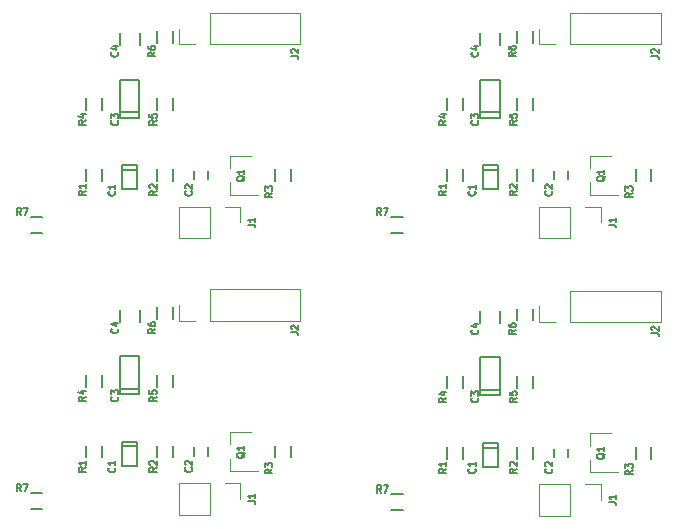
<source format=gto>
%MOIN*%
%OFA0B0*%
%FSLAX46Y46*%
%IPPOS*%
%LPD*%
%ADD10C,0.0039370078740157488*%
%ADD11C,0.005905511811023622*%
%ADD12C,0.0047244094488188976*%
%ADD23C,0.0039370078740157488*%
%ADD24C,0.005905511811023622*%
%ADD25C,0.0047244094488188976*%
%ADD26C,0.0039370078740157488*%
%ADD27C,0.005905511811023622*%
%ADD28C,0.0047244094488188976*%
%ADD29C,0.0039370078740157488*%
%ADD30C,0.005905511811023622*%
%ADD31C,0.0047244094488188976*%
G01G01*
D10*
D11*
X0000420275Y0000496062D02*
X0000420275Y0000456692D01*
X0000367125Y0000456692D02*
X0000367125Y0000496062D01*
X0000420275Y0000259842D02*
X0000420275Y0000220472D01*
X0000367125Y0000220472D02*
X0000367125Y0000259842D01*
X0000771653Y0000253936D02*
X0000771653Y0000226377D01*
X0000724409Y0000226377D02*
X0000724409Y0000253936D01*
D12*
X0000938976Y0000175196D02*
X0000844488Y0000175196D01*
X0000844488Y0000175196D02*
X0000844488Y0000216535D01*
X0000915354Y0000305118D02*
X0000844488Y0000305118D01*
X0000844488Y0000305118D02*
X0000844488Y0000263779D01*
D11*
X0000603346Y0000220472D02*
X0000603346Y0000259842D01*
X0000656496Y0000259842D02*
X0000656496Y0000220472D01*
X0000997047Y0000220472D02*
X0000997047Y0000259842D01*
X0001050196Y0000259842D02*
X0001050196Y0000220472D01*
X0000603346Y0000456692D02*
X0000603346Y0000496062D01*
X0000656496Y0000496062D02*
X0000656496Y0000456692D01*
X0000656496Y0000720472D02*
X0000656496Y0000681102D01*
X0000603346Y0000681102D02*
X0000603346Y0000720472D01*
X0000220472Y0000048228D02*
X0000181102Y0000048228D01*
X0000181102Y0000101377D02*
X0000220472Y0000101377D01*
X0000545275Y0000673228D02*
X0000545275Y0000712598D01*
X0000478346Y0000712598D02*
X0000478346Y0000673228D01*
X0000479965Y0000450304D02*
X0000543965Y0000450304D01*
X0000543965Y0000558304D02*
X0000479965Y0000558304D01*
X0000479965Y0000558304D02*
X0000479965Y0000432304D01*
X0000479965Y0000432304D02*
X0000543965Y0000432304D01*
X0000543965Y0000432304D02*
X0000543965Y0000558304D01*
X0000486965Y0000257469D02*
X0000536965Y0000257469D01*
X0000486965Y0000192469D02*
X0000536965Y0000192469D01*
X0000536965Y0000192469D02*
X0000536965Y0000272469D01*
X0000536965Y0000272469D02*
X0000486965Y0000272469D01*
X0000486965Y0000272469D02*
X0000486965Y0000192469D01*
D12*
X0000675984Y0000135039D02*
X0000675984Y0000030314D01*
X0000778346Y0000135039D02*
X0000675984Y0000135039D01*
X0000778346Y0000030314D02*
X0000675984Y0000030314D01*
X0000778346Y0000135039D02*
X0000778346Y0000030314D01*
X0000828346Y0000135039D02*
X0000880708Y0000135039D01*
X0000880708Y0000135039D02*
X0000880708Y0000082677D01*
X0001080708Y0000675984D02*
X0001080708Y0000780708D01*
X0000778346Y0000675984D02*
X0001080708Y0000675984D01*
X0000778346Y0000780708D02*
X0001080708Y0000780708D01*
X0000778346Y0000675984D02*
X0000778346Y0000780708D01*
X0000728346Y0000675984D02*
X0000675984Y0000675984D01*
X0000675984Y0000675984D02*
X0000675984Y0000728346D01*
D11*
X0000365016Y0000422469D02*
X0000353768Y0000414595D01*
X0000365016Y0000408971D02*
X0000341394Y0000408971D01*
X0000341394Y0000417970D01*
X0000342519Y0000420220D01*
X0000343644Y0000421345D01*
X0000345894Y0000422469D01*
X0000349268Y0000422469D01*
X0000351518Y0000421345D01*
X0000352643Y0000420220D01*
X0000353768Y0000417970D01*
X0000353768Y0000408971D01*
X0000349268Y0000442717D02*
X0000365016Y0000442717D01*
X0000340269Y0000437093D02*
X0000357142Y0000431468D01*
X0000357142Y0000446091D01*
X0000365016Y0000187007D02*
X0000353768Y0000179133D01*
X0000365016Y0000173509D02*
X0000341394Y0000173509D01*
X0000341394Y0000182508D01*
X0000342519Y0000184758D01*
X0000343644Y0000185882D01*
X0000345894Y0000187007D01*
X0000349268Y0000187007D01*
X0000351518Y0000185882D01*
X0000352643Y0000184758D01*
X0000353768Y0000182508D01*
X0000353768Y0000173509D01*
X0000365016Y0000209505D02*
X0000365016Y0000196006D01*
X0000365016Y0000202755D02*
X0000341394Y0000202755D01*
X0000344769Y0000200506D01*
X0000347019Y0000198256D01*
X0000348143Y0000196006D01*
X0000717097Y0000187007D02*
X0000718222Y0000185882D01*
X0000719347Y0000182508D01*
X0000719347Y0000180258D01*
X0000718222Y0000176884D01*
X0000715972Y0000174634D01*
X0000713723Y0000173509D01*
X0000709223Y0000172384D01*
X0000705849Y0000172384D01*
X0000701349Y0000173509D01*
X0000699100Y0000174634D01*
X0000696850Y0000176884D01*
X0000695725Y0000180258D01*
X0000695725Y0000182508D01*
X0000696850Y0000185882D01*
X0000697975Y0000187007D01*
X0000697975Y0000196006D02*
X0000696850Y0000197131D01*
X0000695725Y0000199381D01*
X0000695725Y0000205005D01*
X0000696850Y0000207255D01*
X0000697975Y0000208380D01*
X0000700224Y0000209505D01*
X0000702474Y0000209505D01*
X0000705849Y0000208380D01*
X0000719347Y0000194881D01*
X0000719347Y0000209505D01*
X0000894825Y0000236923D02*
X0000893700Y0000234673D01*
X0000891451Y0000232423D01*
X0000888076Y0000229049D01*
X0000886951Y0000226799D01*
X0000886951Y0000224549D01*
X0000892575Y0000225674D02*
X0000891451Y0000223425D01*
X0000889201Y0000221175D01*
X0000884701Y0000220050D01*
X0000876827Y0000220050D01*
X0000872328Y0000221175D01*
X0000870078Y0000223425D01*
X0000868953Y0000225674D01*
X0000868953Y0000230174D01*
X0000870078Y0000232423D01*
X0000872328Y0000234673D01*
X0000876827Y0000235798D01*
X0000884701Y0000235798D01*
X0000889201Y0000234673D01*
X0000891451Y0000232423D01*
X0000892575Y0000230174D01*
X0000892575Y0000225674D01*
X0000892575Y0000258295D02*
X0000892575Y0000244797D01*
X0000892575Y0000251546D02*
X0000868953Y0000251546D01*
X0000872328Y0000249296D01*
X0000874578Y0000247047D01*
X0000875702Y0000244797D01*
X0000601237Y0000187007D02*
X0000589988Y0000179133D01*
X0000601237Y0000173509D02*
X0000577615Y0000173509D01*
X0000577615Y0000182508D01*
X0000578740Y0000184758D01*
X0000579864Y0000185882D01*
X0000582114Y0000187007D01*
X0000585489Y0000187007D01*
X0000587739Y0000185882D01*
X0000588863Y0000184758D01*
X0000589988Y0000182508D01*
X0000589988Y0000173509D01*
X0000579864Y0000196006D02*
X0000578740Y0000197131D01*
X0000577615Y0000199381D01*
X0000577615Y0000205005D01*
X0000578740Y0000207255D01*
X0000579864Y0000208380D01*
X0000582114Y0000209505D01*
X0000584364Y0000209505D01*
X0000587739Y0000208380D01*
X0000601237Y0000194881D01*
X0000601237Y0000209505D01*
X0000987064Y0000181102D02*
X0000975815Y0000173228D01*
X0000987064Y0000167603D02*
X0000963442Y0000167603D01*
X0000963442Y0000176602D01*
X0000964566Y0000178852D01*
X0000965691Y0000179977D01*
X0000967941Y0000181102D01*
X0000971316Y0000181102D01*
X0000973565Y0000179977D01*
X0000974690Y0000178852D01*
X0000975815Y0000176602D01*
X0000975815Y0000167603D01*
X0000963442Y0000188976D02*
X0000963442Y0000203599D01*
X0000972440Y0000195725D01*
X0000972440Y0000199100D01*
X0000973565Y0000201349D01*
X0000974690Y0000202474D01*
X0000976940Y0000203599D01*
X0000982564Y0000203599D01*
X0000984814Y0000202474D01*
X0000985939Y0000201349D01*
X0000987064Y0000199100D01*
X0000987064Y0000192350D01*
X0000985939Y0000190101D01*
X0000984814Y0000188976D01*
X0000601237Y0000422469D02*
X0000589988Y0000414595D01*
X0000601237Y0000408971D02*
X0000577615Y0000408971D01*
X0000577615Y0000417970D01*
X0000578740Y0000420220D01*
X0000579864Y0000421345D01*
X0000582114Y0000422469D01*
X0000585489Y0000422469D01*
X0000587739Y0000421345D01*
X0000588863Y0000420220D01*
X0000589988Y0000417970D01*
X0000589988Y0000408971D01*
X0000577615Y0000443842D02*
X0000577615Y0000432593D01*
X0000588863Y0000431468D01*
X0000587739Y0000432593D01*
X0000586614Y0000434843D01*
X0000586614Y0000440467D01*
X0000587739Y0000442717D01*
X0000588863Y0000443842D01*
X0000591113Y0000444967D01*
X0000596737Y0000444967D01*
X0000598987Y0000443842D01*
X0000600112Y0000442717D01*
X0000601237Y0000440467D01*
X0000601237Y0000434843D01*
X0000600112Y0000432593D01*
X0000598987Y0000431468D01*
X0000597300Y0000649606D02*
X0000586051Y0000641732D01*
X0000597300Y0000636107D02*
X0000573678Y0000636107D01*
X0000573678Y0000645106D01*
X0000574803Y0000647356D01*
X0000575927Y0000648481D01*
X0000578177Y0000649606D01*
X0000581552Y0000649606D01*
X0000583802Y0000648481D01*
X0000584926Y0000647356D01*
X0000586051Y0000645106D01*
X0000586051Y0000636107D01*
X0000573678Y0000669853D02*
X0000573678Y0000665354D01*
X0000574803Y0000663104D01*
X0000575927Y0000661979D01*
X0000579302Y0000659729D01*
X0000583802Y0000658605D01*
X0000592800Y0000658605D01*
X0000595050Y0000659729D01*
X0000596175Y0000660854D01*
X0000597300Y0000663104D01*
X0000597300Y0000667603D01*
X0000596175Y0000669853D01*
X0000595050Y0000670978D01*
X0000592800Y0000672103D01*
X0000587176Y0000672103D01*
X0000584926Y0000670978D01*
X0000583802Y0000669853D01*
X0000582677Y0000667603D01*
X0000582677Y0000663104D01*
X0000583802Y0000660854D01*
X0000584926Y0000659729D01*
X0000587176Y0000658605D01*
X0000149606Y0000107423D02*
X0000141732Y0000118672D01*
X0000136107Y0000107423D02*
X0000136107Y0000131046D01*
X0000145106Y0000131046D01*
X0000147356Y0000129921D01*
X0000148481Y0000128796D01*
X0000149606Y0000126546D01*
X0000149606Y0000123172D01*
X0000148481Y0000120922D01*
X0000147356Y0000119797D01*
X0000145106Y0000118672D01*
X0000136107Y0000118672D01*
X0000157480Y0000131046D02*
X0000173228Y0000131046D01*
X0000163104Y0000107423D01*
X0000471034Y0000649606D02*
X0000472159Y0000648481D01*
X0000473284Y0000645106D01*
X0000473284Y0000642857D01*
X0000472159Y0000639482D01*
X0000469909Y0000637232D01*
X0000467660Y0000636107D01*
X0000463160Y0000634983D01*
X0000459786Y0000634983D01*
X0000455286Y0000636107D01*
X0000453037Y0000637232D01*
X0000450787Y0000639482D01*
X0000449662Y0000642857D01*
X0000449662Y0000645106D01*
X0000450787Y0000648481D01*
X0000451912Y0000649606D01*
X0000457536Y0000669853D02*
X0000473284Y0000669853D01*
X0000448537Y0000664229D02*
X0000465410Y0000658605D01*
X0000465410Y0000673228D01*
X0000471189Y0000422469D02*
X0000472314Y0000421345D01*
X0000473438Y0000417970D01*
X0000473438Y0000415720D01*
X0000472314Y0000412346D01*
X0000470064Y0000410096D01*
X0000467814Y0000408971D01*
X0000463315Y0000407846D01*
X0000459940Y0000407846D01*
X0000455441Y0000408971D01*
X0000453191Y0000410096D01*
X0000450941Y0000412346D01*
X0000449816Y0000415720D01*
X0000449816Y0000417970D01*
X0000450941Y0000421345D01*
X0000452066Y0000422469D01*
X0000449816Y0000430343D02*
X0000449816Y0000444967D01*
X0000458815Y0000437093D01*
X0000458815Y0000440467D01*
X0000459940Y0000442717D01*
X0000461065Y0000443842D01*
X0000463315Y0000444967D01*
X0000468939Y0000444967D01*
X0000471189Y0000443842D01*
X0000472314Y0000442717D01*
X0000473438Y0000440467D01*
X0000473438Y0000433718D01*
X0000472314Y0000431468D01*
X0000471189Y0000430343D01*
X0000461346Y0000186249D02*
X0000462471Y0000185124D01*
X0000463596Y0000181750D01*
X0000463596Y0000179500D01*
X0000462471Y0000176125D01*
X0000460221Y0000173876D01*
X0000457972Y0000172751D01*
X0000453472Y0000171626D01*
X0000450098Y0000171626D01*
X0000445598Y0000172751D01*
X0000443348Y0000173876D01*
X0000441099Y0000176125D01*
X0000439974Y0000179500D01*
X0000439974Y0000181750D01*
X0000441099Y0000185124D01*
X0000442224Y0000186249D01*
X0000463596Y0000208746D02*
X0000463596Y0000195248D01*
X0000463596Y0000201997D02*
X0000439974Y0000201997D01*
X0000443348Y0000199747D01*
X0000445598Y0000197498D01*
X0000446723Y0000195248D01*
X0000907142Y0000074803D02*
X0000924015Y0000074803D01*
X0000927390Y0000073678D01*
X0000929640Y0000071428D01*
X0000930764Y0000068053D01*
X0000930764Y0000065804D01*
X0000930764Y0000098425D02*
X0000930764Y0000084926D01*
X0000930764Y0000091675D02*
X0000907142Y0000091675D01*
X0000910517Y0000089426D01*
X0000912767Y0000087176D01*
X0000913892Y0000084926D01*
X0001050056Y0000637795D02*
X0001066929Y0000637795D01*
X0001070303Y0000636670D01*
X0001072553Y0000634420D01*
X0001073678Y0000631046D01*
X0001073678Y0000628796D01*
X0001052305Y0000647918D02*
X0001051181Y0000649043D01*
X0001050056Y0000651293D01*
X0001050056Y0000656917D01*
X0001051181Y0000659167D01*
X0001052305Y0000660292D01*
X0001054555Y0000661417D01*
X0001056805Y0000661417D01*
X0001060179Y0000660292D01*
X0001073678Y0000646794D01*
X0001073678Y0000661417D01*
G04 next file*
G04 #@! TF.FileFunction,Legend,Top*
G04 Gerber Fmt 4.6, Leading zero omitted, Abs format (unit mm)*
G04 Created by KiCad (PCBNEW 4.0.4-1.fc24-product) date Mon Aug 27 11:18:24 2018*
G01G01*
G04 APERTURE LIST*
G04 APERTURE END LIST*
D23*
D24*
X0001621062Y0000492125D02*
X0001621062Y0000452755D01*
X0001567913Y0000452755D02*
X0001567913Y0000492125D01*
X0001621062Y0000255905D02*
X0001621062Y0000216535D01*
X0001567913Y0000216535D02*
X0001567913Y0000255905D01*
X0001972440Y0000249999D02*
X0001972440Y0000222440D01*
X0001925196Y0000222440D02*
X0001925196Y0000249999D01*
D25*
X0002139763Y0000171259D02*
X0002045275Y0000171259D01*
X0002045275Y0000171259D02*
X0002045275Y0000212598D01*
X0002116141Y0000301181D02*
X0002045275Y0000301181D01*
X0002045275Y0000301181D02*
X0002045275Y0000259842D01*
D24*
X0001804133Y0000216535D02*
X0001804133Y0000255905D01*
X0001857283Y0000255905D02*
X0001857283Y0000216535D01*
X0002197834Y0000216535D02*
X0002197834Y0000255905D01*
X0002250984Y0000255905D02*
X0002250984Y0000216535D01*
X0001804133Y0000452755D02*
X0001804133Y0000492125D01*
X0001857283Y0000492125D02*
X0001857283Y0000452755D01*
X0001857283Y0000716535D02*
X0001857283Y0000677165D01*
X0001804133Y0000677165D02*
X0001804133Y0000716535D01*
X0001421259Y0000044291D02*
X0001381889Y0000044291D01*
X0001381889Y0000097440D02*
X0001421259Y0000097440D01*
X0001746062Y0000669291D02*
X0001746062Y0000708661D01*
X0001679133Y0000708661D02*
X0001679133Y0000669291D01*
X0001680752Y0000446367D02*
X0001744752Y0000446367D01*
X0001744752Y0000554367D02*
X0001680752Y0000554367D01*
X0001680752Y0000554367D02*
X0001680752Y0000428367D01*
X0001680752Y0000428367D02*
X0001744752Y0000428367D01*
X0001744752Y0000428367D02*
X0001744752Y0000554367D01*
X0001687752Y0000253532D02*
X0001737752Y0000253532D01*
X0001687752Y0000188532D02*
X0001737752Y0000188532D01*
X0001737752Y0000188532D02*
X0001737752Y0000268532D01*
X0001737752Y0000268532D02*
X0001687752Y0000268532D01*
X0001687752Y0000268532D02*
X0001687752Y0000188532D01*
D25*
X0001876771Y0000131102D02*
X0001876771Y0000026377D01*
X0001979133Y0000131102D02*
X0001876771Y0000131102D01*
X0001979133Y0000026377D02*
X0001876771Y0000026377D01*
X0001979133Y0000131102D02*
X0001979133Y0000026377D01*
X0002029133Y0000131102D02*
X0002081496Y0000131102D01*
X0002081496Y0000131102D02*
X0002081496Y0000078740D01*
X0002281496Y0000672047D02*
X0002281496Y0000776771D01*
X0001979133Y0000672047D02*
X0002281496Y0000672047D01*
X0001979133Y0000776771D02*
X0002281496Y0000776771D01*
X0001979133Y0000672047D02*
X0001979133Y0000776771D01*
X0001929133Y0000672047D02*
X0001876771Y0000672047D01*
X0001876771Y0000672047D02*
X0001876771Y0000724409D01*
D24*
X0001565804Y0000418532D02*
X0001554555Y0000410658D01*
X0001565804Y0000405034D02*
X0001542182Y0000405034D01*
X0001542182Y0000414033D01*
X0001543307Y0000416283D01*
X0001544431Y0000417408D01*
X0001546681Y0000418532D01*
X0001550056Y0000418532D01*
X0001552305Y0000417408D01*
X0001553430Y0000416283D01*
X0001554555Y0000414033D01*
X0001554555Y0000405034D01*
X0001550056Y0000438780D02*
X0001565804Y0000438780D01*
X0001541057Y0000433156D02*
X0001557930Y0000427531D01*
X0001557930Y0000442155D01*
X0001565804Y0000183070D02*
X0001554555Y0000175196D01*
X0001565804Y0000169572D02*
X0001542182Y0000169572D01*
X0001542182Y0000178571D01*
X0001543307Y0000180821D01*
X0001544431Y0000181946D01*
X0001546681Y0000183070D01*
X0001550056Y0000183070D01*
X0001552305Y0000181946D01*
X0001553430Y0000180821D01*
X0001554555Y0000178571D01*
X0001554555Y0000169572D01*
X0001565804Y0000205568D02*
X0001565804Y0000192069D01*
X0001565804Y0000198818D02*
X0001542182Y0000198818D01*
X0001545556Y0000196569D01*
X0001547806Y0000194319D01*
X0001548931Y0000192069D01*
X0001917885Y0000183070D02*
X0001919010Y0000181946D01*
X0001920135Y0000178571D01*
X0001920135Y0000176321D01*
X0001919010Y0000172947D01*
X0001916760Y0000170697D01*
X0001914510Y0000169572D01*
X0001910011Y0000168447D01*
X0001906636Y0000168447D01*
X0001902137Y0000169572D01*
X0001899887Y0000170697D01*
X0001897637Y0000172947D01*
X0001896512Y0000176321D01*
X0001896512Y0000178571D01*
X0001897637Y0000181946D01*
X0001898762Y0000183070D01*
X0001898762Y0000192069D02*
X0001897637Y0000193194D01*
X0001896512Y0000195444D01*
X0001896512Y0000201068D01*
X0001897637Y0000203318D01*
X0001898762Y0000204443D01*
X0001901012Y0000205568D01*
X0001903262Y0000205568D01*
X0001906636Y0000204443D01*
X0001920135Y0000190944D01*
X0001920135Y0000205568D01*
X0002095612Y0000232986D02*
X0002094488Y0000230736D01*
X0002092238Y0000228487D01*
X0002088863Y0000225112D01*
X0002087739Y0000222862D01*
X0002087739Y0000220613D01*
X0002093363Y0000221737D02*
X0002092238Y0000219488D01*
X0002089988Y0000217238D01*
X0002085489Y0000216113D01*
X0002077615Y0000216113D01*
X0002073115Y0000217238D01*
X0002070866Y0000219488D01*
X0002069741Y0000221737D01*
X0002069741Y0000226237D01*
X0002070866Y0000228487D01*
X0002073115Y0000230736D01*
X0002077615Y0000231861D01*
X0002085489Y0000231861D01*
X0002089988Y0000230736D01*
X0002092238Y0000228487D01*
X0002093363Y0000226237D01*
X0002093363Y0000221737D01*
X0002093363Y0000254358D02*
X0002093363Y0000240860D01*
X0002093363Y0000247609D02*
X0002069741Y0000247609D01*
X0002073115Y0000245359D01*
X0002075365Y0000243110D01*
X0002076490Y0000240860D01*
X0001802024Y0000183070D02*
X0001790776Y0000175196D01*
X0001802024Y0000169572D02*
X0001778402Y0000169572D01*
X0001778402Y0000178571D01*
X0001779527Y0000180821D01*
X0001780652Y0000181946D01*
X0001782902Y0000183070D01*
X0001786276Y0000183070D01*
X0001788526Y0000181946D01*
X0001789651Y0000180821D01*
X0001790776Y0000178571D01*
X0001790776Y0000169572D01*
X0001780652Y0000192069D02*
X0001779527Y0000193194D01*
X0001778402Y0000195444D01*
X0001778402Y0000201068D01*
X0001779527Y0000203318D01*
X0001780652Y0000204443D01*
X0001782902Y0000205568D01*
X0001785151Y0000205568D01*
X0001788526Y0000204443D01*
X0001802024Y0000190944D01*
X0001802024Y0000205568D01*
X0002187851Y0000177165D02*
X0002176602Y0000169291D01*
X0002187851Y0000163667D02*
X0002164229Y0000163667D01*
X0002164229Y0000172665D01*
X0002165354Y0000174915D01*
X0002166479Y0000176040D01*
X0002168728Y0000177165D01*
X0002172103Y0000177165D01*
X0002174353Y0000176040D01*
X0002175478Y0000174915D01*
X0002176602Y0000172665D01*
X0002176602Y0000163667D01*
X0002164229Y0000185039D02*
X0002164229Y0000199662D01*
X0002173228Y0000191788D01*
X0002173228Y0000195163D01*
X0002174353Y0000197412D01*
X0002175478Y0000198537D01*
X0002177727Y0000199662D01*
X0002183352Y0000199662D01*
X0002185601Y0000198537D01*
X0002186726Y0000197412D01*
X0002187851Y0000195163D01*
X0002187851Y0000188413D01*
X0002186726Y0000186164D01*
X0002185601Y0000185039D01*
X0001802024Y0000418532D02*
X0001790776Y0000410658D01*
X0001802024Y0000405034D02*
X0001778402Y0000405034D01*
X0001778402Y0000414033D01*
X0001779527Y0000416283D01*
X0001780652Y0000417408D01*
X0001782902Y0000418532D01*
X0001786276Y0000418532D01*
X0001788526Y0000417408D01*
X0001789651Y0000416283D01*
X0001790776Y0000414033D01*
X0001790776Y0000405034D01*
X0001778402Y0000439905D02*
X0001778402Y0000428656D01*
X0001789651Y0000427531D01*
X0001788526Y0000428656D01*
X0001787401Y0000430906D01*
X0001787401Y0000436530D01*
X0001788526Y0000438780D01*
X0001789651Y0000439905D01*
X0001791901Y0000441030D01*
X0001797525Y0000441030D01*
X0001799775Y0000439905D01*
X0001800899Y0000438780D01*
X0001802024Y0000436530D01*
X0001802024Y0000430906D01*
X0001800899Y0000428656D01*
X0001799775Y0000427531D01*
X0001798087Y0000645669D02*
X0001786839Y0000637795D01*
X0001798087Y0000632170D02*
X0001774465Y0000632170D01*
X0001774465Y0000641169D01*
X0001775590Y0000643419D01*
X0001776715Y0000644544D01*
X0001778965Y0000645669D01*
X0001782339Y0000645669D01*
X0001784589Y0000644544D01*
X0001785714Y0000643419D01*
X0001786839Y0000641169D01*
X0001786839Y0000632170D01*
X0001774465Y0000665916D02*
X0001774465Y0000661417D01*
X0001775590Y0000659167D01*
X0001776715Y0000658042D01*
X0001780089Y0000655793D01*
X0001784589Y0000654668D01*
X0001793588Y0000654668D01*
X0001795837Y0000655793D01*
X0001796962Y0000656917D01*
X0001798087Y0000659167D01*
X0001798087Y0000663667D01*
X0001796962Y0000665916D01*
X0001795837Y0000667041D01*
X0001793588Y0000668166D01*
X0001787964Y0000668166D01*
X0001785714Y0000667041D01*
X0001784589Y0000665916D01*
X0001783464Y0000663667D01*
X0001783464Y0000659167D01*
X0001784589Y0000656917D01*
X0001785714Y0000655793D01*
X0001787964Y0000654668D01*
X0001350393Y0000103487D02*
X0001342519Y0000114735D01*
X0001336895Y0000103487D02*
X0001336895Y0000127109D01*
X0001345894Y0000127109D01*
X0001348143Y0000125984D01*
X0001349268Y0000124859D01*
X0001350393Y0000122609D01*
X0001350393Y0000119235D01*
X0001349268Y0000116985D01*
X0001348143Y0000115860D01*
X0001345894Y0000114735D01*
X0001336895Y0000114735D01*
X0001358267Y0000127109D02*
X0001374015Y0000127109D01*
X0001363891Y0000103487D01*
X0001671822Y0000645669D02*
X0001672947Y0000644544D01*
X0001674072Y0000641169D01*
X0001674072Y0000638920D01*
X0001672947Y0000635545D01*
X0001670697Y0000633295D01*
X0001668447Y0000632170D01*
X0001663948Y0000631046D01*
X0001660573Y0000631046D01*
X0001656074Y0000632170D01*
X0001653824Y0000633295D01*
X0001651574Y0000635545D01*
X0001650449Y0000638920D01*
X0001650449Y0000641169D01*
X0001651574Y0000644544D01*
X0001652699Y0000645669D01*
X0001658323Y0000665916D02*
X0001674072Y0000665916D01*
X0001649325Y0000660292D02*
X0001666197Y0000654668D01*
X0001666197Y0000669291D01*
X0001671976Y0000418532D02*
X0001673101Y0000417408D01*
X0001674226Y0000414033D01*
X0001674226Y0000411783D01*
X0001673101Y0000408409D01*
X0001670851Y0000406159D01*
X0001668601Y0000405034D01*
X0001664102Y0000403909D01*
X0001660727Y0000403909D01*
X0001656228Y0000405034D01*
X0001653978Y0000406159D01*
X0001651729Y0000408409D01*
X0001650604Y0000411783D01*
X0001650604Y0000414033D01*
X0001651729Y0000417408D01*
X0001652853Y0000418532D01*
X0001650604Y0000426406D02*
X0001650604Y0000441030D01*
X0001659603Y0000433156D01*
X0001659603Y0000436530D01*
X0001660727Y0000438780D01*
X0001661852Y0000439905D01*
X0001664102Y0000441030D01*
X0001669726Y0000441030D01*
X0001671976Y0000439905D01*
X0001673101Y0000438780D01*
X0001674226Y0000436530D01*
X0001674226Y0000429781D01*
X0001673101Y0000427531D01*
X0001671976Y0000426406D01*
X0001662134Y0000182312D02*
X0001663258Y0000181187D01*
X0001664383Y0000177813D01*
X0001664383Y0000175563D01*
X0001663258Y0000172188D01*
X0001661009Y0000169939D01*
X0001658759Y0000168814D01*
X0001654260Y0000167689D01*
X0001650885Y0000167689D01*
X0001646386Y0000168814D01*
X0001644136Y0000169939D01*
X0001641886Y0000172188D01*
X0001640761Y0000175563D01*
X0001640761Y0000177813D01*
X0001641886Y0000181187D01*
X0001643011Y0000182312D01*
X0001664383Y0000204809D02*
X0001664383Y0000191311D01*
X0001664383Y0000198060D02*
X0001640761Y0000198060D01*
X0001644136Y0000195810D01*
X0001646386Y0000193561D01*
X0001647510Y0000191311D01*
X0002107930Y0000070866D02*
X0002124803Y0000070866D01*
X0002128177Y0000069741D01*
X0002130427Y0000067491D01*
X0002131552Y0000064116D01*
X0002131552Y0000061867D01*
X0002131552Y0000094488D02*
X0002131552Y0000080989D01*
X0002131552Y0000087739D02*
X0002107930Y0000087739D01*
X0002111304Y0000085489D01*
X0002113554Y0000083239D01*
X0002114679Y0000080989D01*
X0002250843Y0000633858D02*
X0002267716Y0000633858D01*
X0002271091Y0000632733D01*
X0002273340Y0000630483D01*
X0002274465Y0000627109D01*
X0002274465Y0000624859D01*
X0002253093Y0000643981D02*
X0002251968Y0000645106D01*
X0002250843Y0000647356D01*
X0002250843Y0000652980D01*
X0002251968Y0000655230D01*
X0002253093Y0000656355D01*
X0002255343Y0000657480D01*
X0002257592Y0000657480D01*
X0002260967Y0000656355D01*
X0002274465Y0000642857D01*
X0002274465Y0000657480D01*
G04 next file*
G04 #@! TF.FileFunction,Legend,Top*
G04 Gerber Fmt 4.6, Leading zero omitted, Abs format (unit mm)*
G04 Created by KiCad (PCBNEW 4.0.4-1.fc24-product) date Mon Aug 27 11:18:24 2018*
G01G01*
G04 APERTURE LIST*
G04 APERTURE END LIST*
D26*
D27*
X0001621062Y0001417322D02*
X0001621062Y0001377952D01*
X0001567913Y0001377952D02*
X0001567913Y0001417322D01*
X0001621062Y0001181102D02*
X0001621062Y0001141732D01*
X0001567913Y0001141732D02*
X0001567913Y0001181102D01*
X0001972440Y0001175196D02*
X0001972440Y0001147637D01*
X0001925196Y0001147637D02*
X0001925196Y0001175196D01*
D28*
X0002139763Y0001096456D02*
X0002045275Y0001096456D01*
X0002045275Y0001096456D02*
X0002045275Y0001137795D01*
X0002116141Y0001226377D02*
X0002045275Y0001226377D01*
X0002045275Y0001226377D02*
X0002045275Y0001185039D01*
D27*
X0001804133Y0001141732D02*
X0001804133Y0001181102D01*
X0001857283Y0001181102D02*
X0001857283Y0001141732D01*
X0002197834Y0001141732D02*
X0002197834Y0001181102D01*
X0002250984Y0001181102D02*
X0002250984Y0001141732D01*
X0001804133Y0001377952D02*
X0001804133Y0001417322D01*
X0001857283Y0001417322D02*
X0001857283Y0001377952D01*
X0001857283Y0001641732D02*
X0001857283Y0001602362D01*
X0001804133Y0001602362D02*
X0001804133Y0001641732D01*
X0001421259Y0000969488D02*
X0001381889Y0000969488D01*
X0001381889Y0001022637D02*
X0001421259Y0001022637D01*
X0001746062Y0001594488D02*
X0001746062Y0001633858D01*
X0001679133Y0001633858D02*
X0001679133Y0001594488D01*
X0001680752Y0001371564D02*
X0001744752Y0001371564D01*
X0001744752Y0001479564D02*
X0001680752Y0001479564D01*
X0001680752Y0001479564D02*
X0001680752Y0001353564D01*
X0001680752Y0001353564D02*
X0001744752Y0001353564D01*
X0001744752Y0001353564D02*
X0001744752Y0001479564D01*
X0001687752Y0001178729D02*
X0001737752Y0001178729D01*
X0001687752Y0001113729D02*
X0001737752Y0001113729D01*
X0001737752Y0001113729D02*
X0001737752Y0001193729D01*
X0001737752Y0001193729D02*
X0001687752Y0001193729D01*
X0001687752Y0001193729D02*
X0001687752Y0001113729D01*
D28*
X0001876771Y0001056299D02*
X0001876771Y0000951574D01*
X0001979133Y0001056299D02*
X0001876771Y0001056299D01*
X0001979133Y0000951574D02*
X0001876771Y0000951574D01*
X0001979133Y0001056299D02*
X0001979133Y0000951574D01*
X0002029133Y0001056299D02*
X0002081496Y0001056299D01*
X0002081496Y0001056299D02*
X0002081496Y0001003937D01*
X0002281496Y0001597244D02*
X0002281496Y0001701968D01*
X0001979133Y0001597244D02*
X0002281496Y0001597244D01*
X0001979133Y0001701968D02*
X0002281496Y0001701968D01*
X0001979133Y0001597244D02*
X0001979133Y0001701968D01*
X0001929133Y0001597244D02*
X0001876771Y0001597244D01*
X0001876771Y0001597244D02*
X0001876771Y0001649606D01*
D27*
X0001565804Y0001343729D02*
X0001554555Y0001335855D01*
X0001565804Y0001330231D02*
X0001542182Y0001330231D01*
X0001542182Y0001339230D01*
X0001543307Y0001341480D01*
X0001544431Y0001342604D01*
X0001546681Y0001343729D01*
X0001550056Y0001343729D01*
X0001552305Y0001342604D01*
X0001553430Y0001341480D01*
X0001554555Y0001339230D01*
X0001554555Y0001330231D01*
X0001550056Y0001363977D02*
X0001565804Y0001363977D01*
X0001541057Y0001358353D02*
X0001557930Y0001352728D01*
X0001557930Y0001367351D01*
X0001565804Y0001108267D02*
X0001554555Y0001100393D01*
X0001565804Y0001094769D02*
X0001542182Y0001094769D01*
X0001542182Y0001103768D01*
X0001543307Y0001106017D01*
X0001544431Y0001107142D01*
X0001546681Y0001108267D01*
X0001550056Y0001108267D01*
X0001552305Y0001107142D01*
X0001553430Y0001106017D01*
X0001554555Y0001103768D01*
X0001554555Y0001094769D01*
X0001565804Y0001130764D02*
X0001565804Y0001117266D01*
X0001565804Y0001124015D02*
X0001542182Y0001124015D01*
X0001545556Y0001121766D01*
X0001547806Y0001119516D01*
X0001548931Y0001117266D01*
X0001917885Y0001108267D02*
X0001919010Y0001107142D01*
X0001920135Y0001103768D01*
X0001920135Y0001101518D01*
X0001919010Y0001098143D01*
X0001916760Y0001095894D01*
X0001914510Y0001094769D01*
X0001910011Y0001093644D01*
X0001906636Y0001093644D01*
X0001902137Y0001094769D01*
X0001899887Y0001095894D01*
X0001897637Y0001098143D01*
X0001896512Y0001101518D01*
X0001896512Y0001103768D01*
X0001897637Y0001107142D01*
X0001898762Y0001108267D01*
X0001898762Y0001117266D02*
X0001897637Y0001118391D01*
X0001896512Y0001120641D01*
X0001896512Y0001126265D01*
X0001897637Y0001128515D01*
X0001898762Y0001129640D01*
X0001901012Y0001130764D01*
X0001903262Y0001130764D01*
X0001906636Y0001129640D01*
X0001920135Y0001116141D01*
X0001920135Y0001130764D01*
X0002095612Y0001158183D02*
X0002094488Y0001155933D01*
X0002092238Y0001153683D01*
X0002088863Y0001150309D01*
X0002087739Y0001148059D01*
X0002087739Y0001145809D01*
X0002093363Y0001146934D02*
X0002092238Y0001144685D01*
X0002089988Y0001142435D01*
X0002085489Y0001141310D01*
X0002077615Y0001141310D01*
X0002073115Y0001142435D01*
X0002070866Y0001144685D01*
X0002069741Y0001146934D01*
X0002069741Y0001151434D01*
X0002070866Y0001153683D01*
X0002073115Y0001155933D01*
X0002077615Y0001157058D01*
X0002085489Y0001157058D01*
X0002089988Y0001155933D01*
X0002092238Y0001153683D01*
X0002093363Y0001151434D01*
X0002093363Y0001146934D01*
X0002093363Y0001179555D02*
X0002093363Y0001166057D01*
X0002093363Y0001172806D02*
X0002069741Y0001172806D01*
X0002073115Y0001170556D01*
X0002075365Y0001168307D01*
X0002076490Y0001166057D01*
X0001802024Y0001108267D02*
X0001790776Y0001100393D01*
X0001802024Y0001094769D02*
X0001778402Y0001094769D01*
X0001778402Y0001103768D01*
X0001779527Y0001106017D01*
X0001780652Y0001107142D01*
X0001782902Y0001108267D01*
X0001786276Y0001108267D01*
X0001788526Y0001107142D01*
X0001789651Y0001106017D01*
X0001790776Y0001103768D01*
X0001790776Y0001094769D01*
X0001780652Y0001117266D02*
X0001779527Y0001118391D01*
X0001778402Y0001120641D01*
X0001778402Y0001126265D01*
X0001779527Y0001128515D01*
X0001780652Y0001129640D01*
X0001782902Y0001130764D01*
X0001785151Y0001130764D01*
X0001788526Y0001129640D01*
X0001802024Y0001116141D01*
X0001802024Y0001130764D01*
X0002187851Y0001102362D02*
X0002176602Y0001094488D01*
X0002187851Y0001088863D02*
X0002164229Y0001088863D01*
X0002164229Y0001097862D01*
X0002165354Y0001100112D01*
X0002166479Y0001101237D01*
X0002168728Y0001102362D01*
X0002172103Y0001102362D01*
X0002174353Y0001101237D01*
X0002175478Y0001100112D01*
X0002176602Y0001097862D01*
X0002176602Y0001088863D01*
X0002164229Y0001110236D02*
X0002164229Y0001124859D01*
X0002173228Y0001116985D01*
X0002173228Y0001120359D01*
X0002174353Y0001122609D01*
X0002175478Y0001123734D01*
X0002177727Y0001124859D01*
X0002183352Y0001124859D01*
X0002185601Y0001123734D01*
X0002186726Y0001122609D01*
X0002187851Y0001120359D01*
X0002187851Y0001113610D01*
X0002186726Y0001111361D01*
X0002185601Y0001110236D01*
X0001802024Y0001343729D02*
X0001790776Y0001335855D01*
X0001802024Y0001330231D02*
X0001778402Y0001330231D01*
X0001778402Y0001339230D01*
X0001779527Y0001341480D01*
X0001780652Y0001342604D01*
X0001782902Y0001343729D01*
X0001786276Y0001343729D01*
X0001788526Y0001342604D01*
X0001789651Y0001341480D01*
X0001790776Y0001339230D01*
X0001790776Y0001330231D01*
X0001778402Y0001365102D02*
X0001778402Y0001353853D01*
X0001789651Y0001352728D01*
X0001788526Y0001353853D01*
X0001787401Y0001356103D01*
X0001787401Y0001361727D01*
X0001788526Y0001363977D01*
X0001789651Y0001365102D01*
X0001791901Y0001366227D01*
X0001797525Y0001366227D01*
X0001799775Y0001365102D01*
X0001800899Y0001363977D01*
X0001802024Y0001361727D01*
X0001802024Y0001356103D01*
X0001800899Y0001353853D01*
X0001799775Y0001352728D01*
X0001798087Y0001570866D02*
X0001786839Y0001562992D01*
X0001798087Y0001557367D02*
X0001774465Y0001557367D01*
X0001774465Y0001566366D01*
X0001775590Y0001568616D01*
X0001776715Y0001569741D01*
X0001778965Y0001570866D01*
X0001782339Y0001570866D01*
X0001784589Y0001569741D01*
X0001785714Y0001568616D01*
X0001786839Y0001566366D01*
X0001786839Y0001557367D01*
X0001774465Y0001591113D02*
X0001774465Y0001586614D01*
X0001775590Y0001584364D01*
X0001776715Y0001583239D01*
X0001780089Y0001580989D01*
X0001784589Y0001579865D01*
X0001793588Y0001579865D01*
X0001795837Y0001580989D01*
X0001796962Y0001582114D01*
X0001798087Y0001584364D01*
X0001798087Y0001588863D01*
X0001796962Y0001591113D01*
X0001795837Y0001592238D01*
X0001793588Y0001593363D01*
X0001787964Y0001593363D01*
X0001785714Y0001592238D01*
X0001784589Y0001591113D01*
X0001783464Y0001588863D01*
X0001783464Y0001584364D01*
X0001784589Y0001582114D01*
X0001785714Y0001580989D01*
X0001787964Y0001579865D01*
X0001350393Y0001028683D02*
X0001342519Y0001039932D01*
X0001336895Y0001028683D02*
X0001336895Y0001052305D01*
X0001345894Y0001052305D01*
X0001348143Y0001051181D01*
X0001349268Y0001050056D01*
X0001350393Y0001047806D01*
X0001350393Y0001044431D01*
X0001349268Y0001042182D01*
X0001348143Y0001041057D01*
X0001345894Y0001039932D01*
X0001336895Y0001039932D01*
X0001358267Y0001052305D02*
X0001374015Y0001052305D01*
X0001363891Y0001028683D01*
X0001671822Y0001570866D02*
X0001672947Y0001569741D01*
X0001674072Y0001566366D01*
X0001674072Y0001564117D01*
X0001672947Y0001560742D01*
X0001670697Y0001558492D01*
X0001668447Y0001557367D01*
X0001663948Y0001556242D01*
X0001660573Y0001556242D01*
X0001656074Y0001557367D01*
X0001653824Y0001558492D01*
X0001651574Y0001560742D01*
X0001650449Y0001564117D01*
X0001650449Y0001566366D01*
X0001651574Y0001569741D01*
X0001652699Y0001570866D01*
X0001658323Y0001591113D02*
X0001674072Y0001591113D01*
X0001649325Y0001585489D02*
X0001666197Y0001579865D01*
X0001666197Y0001594488D01*
X0001671976Y0001343729D02*
X0001673101Y0001342604D01*
X0001674226Y0001339230D01*
X0001674226Y0001336980D01*
X0001673101Y0001333606D01*
X0001670851Y0001331356D01*
X0001668601Y0001330231D01*
X0001664102Y0001329106D01*
X0001660727Y0001329106D01*
X0001656228Y0001330231D01*
X0001653978Y0001331356D01*
X0001651729Y0001333606D01*
X0001650604Y0001336980D01*
X0001650604Y0001339230D01*
X0001651729Y0001342604D01*
X0001652853Y0001343729D01*
X0001650604Y0001351603D02*
X0001650604Y0001366227D01*
X0001659603Y0001358353D01*
X0001659603Y0001361727D01*
X0001660727Y0001363977D01*
X0001661852Y0001365102D01*
X0001664102Y0001366227D01*
X0001669726Y0001366227D01*
X0001671976Y0001365102D01*
X0001673101Y0001363977D01*
X0001674226Y0001361727D01*
X0001674226Y0001354978D01*
X0001673101Y0001352728D01*
X0001671976Y0001351603D01*
X0001662134Y0001107509D02*
X0001663258Y0001106384D01*
X0001664383Y0001103009D01*
X0001664383Y0001100760D01*
X0001663258Y0001097385D01*
X0001661009Y0001095135D01*
X0001658759Y0001094011D01*
X0001654260Y0001092886D01*
X0001650885Y0001092886D01*
X0001646386Y0001094011D01*
X0001644136Y0001095135D01*
X0001641886Y0001097385D01*
X0001640761Y0001100760D01*
X0001640761Y0001103009D01*
X0001641886Y0001106384D01*
X0001643011Y0001107509D01*
X0001664383Y0001130006D02*
X0001664383Y0001116508D01*
X0001664383Y0001123257D02*
X0001640761Y0001123257D01*
X0001644136Y0001121007D01*
X0001646386Y0001118757D01*
X0001647510Y0001116508D01*
X0002107930Y0000996062D02*
X0002124803Y0000996062D01*
X0002128177Y0000994938D01*
X0002130427Y0000992688D01*
X0002131552Y0000989313D01*
X0002131552Y0000987064D01*
X0002131552Y0001019685D02*
X0002131552Y0001006186D01*
X0002131552Y0001012935D02*
X0002107930Y0001012935D01*
X0002111304Y0001010686D01*
X0002113554Y0001008436D01*
X0002114679Y0001006186D01*
X0002250843Y0001559055D02*
X0002267716Y0001559055D01*
X0002271091Y0001557930D01*
X0002273340Y0001555680D01*
X0002274465Y0001552305D01*
X0002274465Y0001550056D01*
X0002253093Y0001569178D02*
X0002251968Y0001570303D01*
X0002250843Y0001572553D01*
X0002250843Y0001578177D01*
X0002251968Y0001580427D01*
X0002253093Y0001581552D01*
X0002255343Y0001582677D01*
X0002257592Y0001582677D01*
X0002260967Y0001581552D01*
X0002274465Y0001568053D01*
X0002274465Y0001582677D01*
G04 next file*
G04 #@! TF.FileFunction,Legend,Top*
G04 Gerber Fmt 4.6, Leading zero omitted, Abs format (unit mm)*
G04 Created by KiCad (PCBNEW 4.0.4-1.fc24-product) date Mon Aug 27 11:18:24 2018*
G01G01*
G04 APERTURE LIST*
G04 APERTURE END LIST*
D29*
D30*
X0000420275Y0001417322D02*
X0000420275Y0001377952D01*
X0000367125Y0001377952D02*
X0000367125Y0001417322D01*
X0000420275Y0001181102D02*
X0000420275Y0001141732D01*
X0000367125Y0001141732D02*
X0000367125Y0001181102D01*
X0000771653Y0001175196D02*
X0000771653Y0001147637D01*
X0000724409Y0001147637D02*
X0000724409Y0001175196D01*
D31*
X0000938976Y0001096456D02*
X0000844488Y0001096456D01*
X0000844488Y0001096456D02*
X0000844488Y0001137795D01*
X0000915354Y0001226377D02*
X0000844488Y0001226377D01*
X0000844488Y0001226377D02*
X0000844488Y0001185039D01*
D30*
X0000603346Y0001141732D02*
X0000603346Y0001181102D01*
X0000656496Y0001181102D02*
X0000656496Y0001141732D01*
X0000997047Y0001141732D02*
X0000997047Y0001181102D01*
X0001050196Y0001181102D02*
X0001050196Y0001141732D01*
X0000603346Y0001377952D02*
X0000603346Y0001417322D01*
X0000656496Y0001417322D02*
X0000656496Y0001377952D01*
X0000656496Y0001641732D02*
X0000656496Y0001602362D01*
X0000603346Y0001602362D02*
X0000603346Y0001641732D01*
X0000220472Y0000969488D02*
X0000181102Y0000969488D01*
X0000181102Y0001022637D02*
X0000220472Y0001022637D01*
X0000545275Y0001594488D02*
X0000545275Y0001633858D01*
X0000478346Y0001633858D02*
X0000478346Y0001594488D01*
X0000479965Y0001371564D02*
X0000543965Y0001371564D01*
X0000543965Y0001479564D02*
X0000479965Y0001479564D01*
X0000479965Y0001479564D02*
X0000479965Y0001353564D01*
X0000479965Y0001353564D02*
X0000543965Y0001353564D01*
X0000543965Y0001353564D02*
X0000543965Y0001479564D01*
X0000486965Y0001178729D02*
X0000536965Y0001178729D01*
X0000486965Y0001113729D02*
X0000536965Y0001113729D01*
X0000536965Y0001113729D02*
X0000536965Y0001193729D01*
X0000536965Y0001193729D02*
X0000486965Y0001193729D01*
X0000486965Y0001193729D02*
X0000486965Y0001113729D01*
D31*
X0000675984Y0001056299D02*
X0000675984Y0000951574D01*
X0000778346Y0001056299D02*
X0000675984Y0001056299D01*
X0000778346Y0000951574D02*
X0000675984Y0000951574D01*
X0000778346Y0001056299D02*
X0000778346Y0000951574D01*
X0000828346Y0001056299D02*
X0000880708Y0001056299D01*
X0000880708Y0001056299D02*
X0000880708Y0001003937D01*
X0001080708Y0001597244D02*
X0001080708Y0001701968D01*
X0000778346Y0001597244D02*
X0001080708Y0001597244D01*
X0000778346Y0001701968D02*
X0001080708Y0001701968D01*
X0000778346Y0001597244D02*
X0000778346Y0001701968D01*
X0000728346Y0001597244D02*
X0000675984Y0001597244D01*
X0000675984Y0001597244D02*
X0000675984Y0001649606D01*
D30*
X0000365016Y0001343729D02*
X0000353768Y0001335855D01*
X0000365016Y0001330231D02*
X0000341394Y0001330231D01*
X0000341394Y0001339230D01*
X0000342519Y0001341480D01*
X0000343644Y0001342604D01*
X0000345894Y0001343729D01*
X0000349268Y0001343729D01*
X0000351518Y0001342604D01*
X0000352643Y0001341480D01*
X0000353768Y0001339230D01*
X0000353768Y0001330231D01*
X0000349268Y0001363977D02*
X0000365016Y0001363977D01*
X0000340269Y0001358353D02*
X0000357142Y0001352728D01*
X0000357142Y0001367351D01*
X0000365016Y0001108267D02*
X0000353768Y0001100393D01*
X0000365016Y0001094769D02*
X0000341394Y0001094769D01*
X0000341394Y0001103768D01*
X0000342519Y0001106017D01*
X0000343644Y0001107142D01*
X0000345894Y0001108267D01*
X0000349268Y0001108267D01*
X0000351518Y0001107142D01*
X0000352643Y0001106017D01*
X0000353768Y0001103768D01*
X0000353768Y0001094769D01*
X0000365016Y0001130764D02*
X0000365016Y0001117266D01*
X0000365016Y0001124015D02*
X0000341394Y0001124015D01*
X0000344769Y0001121766D01*
X0000347019Y0001119516D01*
X0000348143Y0001117266D01*
X0000717097Y0001108267D02*
X0000718222Y0001107142D01*
X0000719347Y0001103768D01*
X0000719347Y0001101518D01*
X0000718222Y0001098143D01*
X0000715972Y0001095894D01*
X0000713723Y0001094769D01*
X0000709223Y0001093644D01*
X0000705849Y0001093644D01*
X0000701349Y0001094769D01*
X0000699100Y0001095894D01*
X0000696850Y0001098143D01*
X0000695725Y0001101518D01*
X0000695725Y0001103768D01*
X0000696850Y0001107142D01*
X0000697975Y0001108267D01*
X0000697975Y0001117266D02*
X0000696850Y0001118391D01*
X0000695725Y0001120641D01*
X0000695725Y0001126265D01*
X0000696850Y0001128515D01*
X0000697975Y0001129640D01*
X0000700224Y0001130764D01*
X0000702474Y0001130764D01*
X0000705849Y0001129640D01*
X0000719347Y0001116141D01*
X0000719347Y0001130764D01*
X0000894825Y0001158183D02*
X0000893700Y0001155933D01*
X0000891451Y0001153683D01*
X0000888076Y0001150309D01*
X0000886951Y0001148059D01*
X0000886951Y0001145809D01*
X0000892575Y0001146934D02*
X0000891451Y0001144685D01*
X0000889201Y0001142435D01*
X0000884701Y0001141310D01*
X0000876827Y0001141310D01*
X0000872328Y0001142435D01*
X0000870078Y0001144685D01*
X0000868953Y0001146934D01*
X0000868953Y0001151434D01*
X0000870078Y0001153683D01*
X0000872328Y0001155933D01*
X0000876827Y0001157058D01*
X0000884701Y0001157058D01*
X0000889201Y0001155933D01*
X0000891451Y0001153683D01*
X0000892575Y0001151434D01*
X0000892575Y0001146934D01*
X0000892575Y0001179555D02*
X0000892575Y0001166057D01*
X0000892575Y0001172806D02*
X0000868953Y0001172806D01*
X0000872328Y0001170556D01*
X0000874578Y0001168307D01*
X0000875702Y0001166057D01*
X0000601237Y0001108267D02*
X0000589988Y0001100393D01*
X0000601237Y0001094769D02*
X0000577615Y0001094769D01*
X0000577615Y0001103768D01*
X0000578740Y0001106017D01*
X0000579864Y0001107142D01*
X0000582114Y0001108267D01*
X0000585489Y0001108267D01*
X0000587739Y0001107142D01*
X0000588863Y0001106017D01*
X0000589988Y0001103768D01*
X0000589988Y0001094769D01*
X0000579864Y0001117266D02*
X0000578740Y0001118391D01*
X0000577615Y0001120641D01*
X0000577615Y0001126265D01*
X0000578740Y0001128515D01*
X0000579864Y0001129640D01*
X0000582114Y0001130764D01*
X0000584364Y0001130764D01*
X0000587739Y0001129640D01*
X0000601237Y0001116141D01*
X0000601237Y0001130764D01*
X0000987064Y0001102362D02*
X0000975815Y0001094488D01*
X0000987064Y0001088863D02*
X0000963442Y0001088863D01*
X0000963442Y0001097862D01*
X0000964566Y0001100112D01*
X0000965691Y0001101237D01*
X0000967941Y0001102362D01*
X0000971316Y0001102362D01*
X0000973565Y0001101237D01*
X0000974690Y0001100112D01*
X0000975815Y0001097862D01*
X0000975815Y0001088863D01*
X0000963442Y0001110236D02*
X0000963442Y0001124859D01*
X0000972440Y0001116985D01*
X0000972440Y0001120359D01*
X0000973565Y0001122609D01*
X0000974690Y0001123734D01*
X0000976940Y0001124859D01*
X0000982564Y0001124859D01*
X0000984814Y0001123734D01*
X0000985939Y0001122609D01*
X0000987064Y0001120359D01*
X0000987064Y0001113610D01*
X0000985939Y0001111361D01*
X0000984814Y0001110236D01*
X0000601237Y0001343729D02*
X0000589988Y0001335855D01*
X0000601237Y0001330231D02*
X0000577615Y0001330231D01*
X0000577615Y0001339230D01*
X0000578740Y0001341480D01*
X0000579864Y0001342604D01*
X0000582114Y0001343729D01*
X0000585489Y0001343729D01*
X0000587739Y0001342604D01*
X0000588863Y0001341480D01*
X0000589988Y0001339230D01*
X0000589988Y0001330231D01*
X0000577615Y0001365102D02*
X0000577615Y0001353853D01*
X0000588863Y0001352728D01*
X0000587739Y0001353853D01*
X0000586614Y0001356103D01*
X0000586614Y0001361727D01*
X0000587739Y0001363977D01*
X0000588863Y0001365102D01*
X0000591113Y0001366227D01*
X0000596737Y0001366227D01*
X0000598987Y0001365102D01*
X0000600112Y0001363977D01*
X0000601237Y0001361727D01*
X0000601237Y0001356103D01*
X0000600112Y0001353853D01*
X0000598987Y0001352728D01*
X0000597300Y0001570866D02*
X0000586051Y0001562992D01*
X0000597300Y0001557367D02*
X0000573678Y0001557367D01*
X0000573678Y0001566366D01*
X0000574803Y0001568616D01*
X0000575927Y0001569741D01*
X0000578177Y0001570866D01*
X0000581552Y0001570866D01*
X0000583802Y0001569741D01*
X0000584926Y0001568616D01*
X0000586051Y0001566366D01*
X0000586051Y0001557367D01*
X0000573678Y0001591113D02*
X0000573678Y0001586614D01*
X0000574803Y0001584364D01*
X0000575927Y0001583239D01*
X0000579302Y0001580989D01*
X0000583802Y0001579865D01*
X0000592800Y0001579865D01*
X0000595050Y0001580989D01*
X0000596175Y0001582114D01*
X0000597300Y0001584364D01*
X0000597300Y0001588863D01*
X0000596175Y0001591113D01*
X0000595050Y0001592238D01*
X0000592800Y0001593363D01*
X0000587176Y0001593363D01*
X0000584926Y0001592238D01*
X0000583802Y0001591113D01*
X0000582677Y0001588863D01*
X0000582677Y0001584364D01*
X0000583802Y0001582114D01*
X0000584926Y0001580989D01*
X0000587176Y0001579865D01*
X0000149606Y0001028683D02*
X0000141732Y0001039932D01*
X0000136107Y0001028683D02*
X0000136107Y0001052305D01*
X0000145106Y0001052305D01*
X0000147356Y0001051181D01*
X0000148481Y0001050056D01*
X0000149606Y0001047806D01*
X0000149606Y0001044431D01*
X0000148481Y0001042182D01*
X0000147356Y0001041057D01*
X0000145106Y0001039932D01*
X0000136107Y0001039932D01*
X0000157480Y0001052305D02*
X0000173228Y0001052305D01*
X0000163104Y0001028683D01*
X0000471034Y0001570866D02*
X0000472159Y0001569741D01*
X0000473284Y0001566366D01*
X0000473284Y0001564117D01*
X0000472159Y0001560742D01*
X0000469909Y0001558492D01*
X0000467660Y0001557367D01*
X0000463160Y0001556242D01*
X0000459786Y0001556242D01*
X0000455286Y0001557367D01*
X0000453037Y0001558492D01*
X0000450787Y0001560742D01*
X0000449662Y0001564117D01*
X0000449662Y0001566366D01*
X0000450787Y0001569741D01*
X0000451912Y0001570866D01*
X0000457536Y0001591113D02*
X0000473284Y0001591113D01*
X0000448537Y0001585489D02*
X0000465410Y0001579865D01*
X0000465410Y0001594488D01*
X0000471189Y0001343729D02*
X0000472314Y0001342604D01*
X0000473438Y0001339230D01*
X0000473438Y0001336980D01*
X0000472314Y0001333606D01*
X0000470064Y0001331356D01*
X0000467814Y0001330231D01*
X0000463315Y0001329106D01*
X0000459940Y0001329106D01*
X0000455441Y0001330231D01*
X0000453191Y0001331356D01*
X0000450941Y0001333606D01*
X0000449816Y0001336980D01*
X0000449816Y0001339230D01*
X0000450941Y0001342604D01*
X0000452066Y0001343729D01*
X0000449816Y0001351603D02*
X0000449816Y0001366227D01*
X0000458815Y0001358353D01*
X0000458815Y0001361727D01*
X0000459940Y0001363977D01*
X0000461065Y0001365102D01*
X0000463315Y0001366227D01*
X0000468939Y0001366227D01*
X0000471189Y0001365102D01*
X0000472314Y0001363977D01*
X0000473438Y0001361727D01*
X0000473438Y0001354978D01*
X0000472314Y0001352728D01*
X0000471189Y0001351603D01*
X0000461346Y0001107509D02*
X0000462471Y0001106384D01*
X0000463596Y0001103009D01*
X0000463596Y0001100760D01*
X0000462471Y0001097385D01*
X0000460221Y0001095135D01*
X0000457972Y0001094011D01*
X0000453472Y0001092886D01*
X0000450098Y0001092886D01*
X0000445598Y0001094011D01*
X0000443348Y0001095135D01*
X0000441099Y0001097385D01*
X0000439974Y0001100760D01*
X0000439974Y0001103009D01*
X0000441099Y0001106384D01*
X0000442224Y0001107509D01*
X0000463596Y0001130006D02*
X0000463596Y0001116508D01*
X0000463596Y0001123257D02*
X0000439974Y0001123257D01*
X0000443348Y0001121007D01*
X0000445598Y0001118757D01*
X0000446723Y0001116508D01*
X0000907142Y0000996062D02*
X0000924015Y0000996062D01*
X0000927390Y0000994938D01*
X0000929640Y0000992688D01*
X0000930764Y0000989313D01*
X0000930764Y0000987064D01*
X0000930764Y0001019685D02*
X0000930764Y0001006186D01*
X0000930764Y0001012935D02*
X0000907142Y0001012935D01*
X0000910517Y0001010686D01*
X0000912767Y0001008436D01*
X0000913892Y0001006186D01*
X0001050056Y0001559055D02*
X0001066929Y0001559055D01*
X0001070303Y0001557930D01*
X0001072553Y0001555680D01*
X0001073678Y0001552305D01*
X0001073678Y0001550056D01*
X0001052305Y0001569178D02*
X0001051181Y0001570303D01*
X0001050056Y0001572553D01*
X0001050056Y0001578177D01*
X0001051181Y0001580427D01*
X0001052305Y0001581552D01*
X0001054555Y0001582677D01*
X0001056805Y0001582677D01*
X0001060179Y0001581552D01*
X0001073678Y0001568053D01*
X0001073678Y0001582677D01*
M02*
</source>
